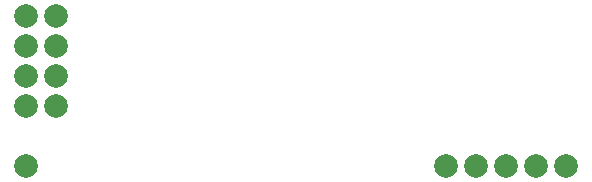
<source format=gbr>
%FSLAX34Y34*%
%MOMM*%
%LNCOPPER_TOP*%
G71*
G01*
%ADD10C,2.000*%
%LPD*%
X152400Y939800D02*
G54D10*
D03*
X152400Y914400D02*
G54D10*
D03*
X152400Y889000D02*
G54D10*
D03*
X152400Y863600D02*
G54D10*
D03*
X609600Y812800D02*
G54D10*
D03*
X152400Y812800D02*
G54D10*
D03*
X584200Y812800D02*
G54D10*
D03*
X558800Y812800D02*
G54D10*
D03*
X533400Y812800D02*
G54D10*
D03*
X508000Y812800D02*
G54D10*
D03*
X177800Y939800D02*
G54D10*
D03*
X177800Y914400D02*
G54D10*
D03*
X177800Y889000D02*
G54D10*
D03*
X177800Y863600D02*
G54D10*
D03*
M02*

</source>
